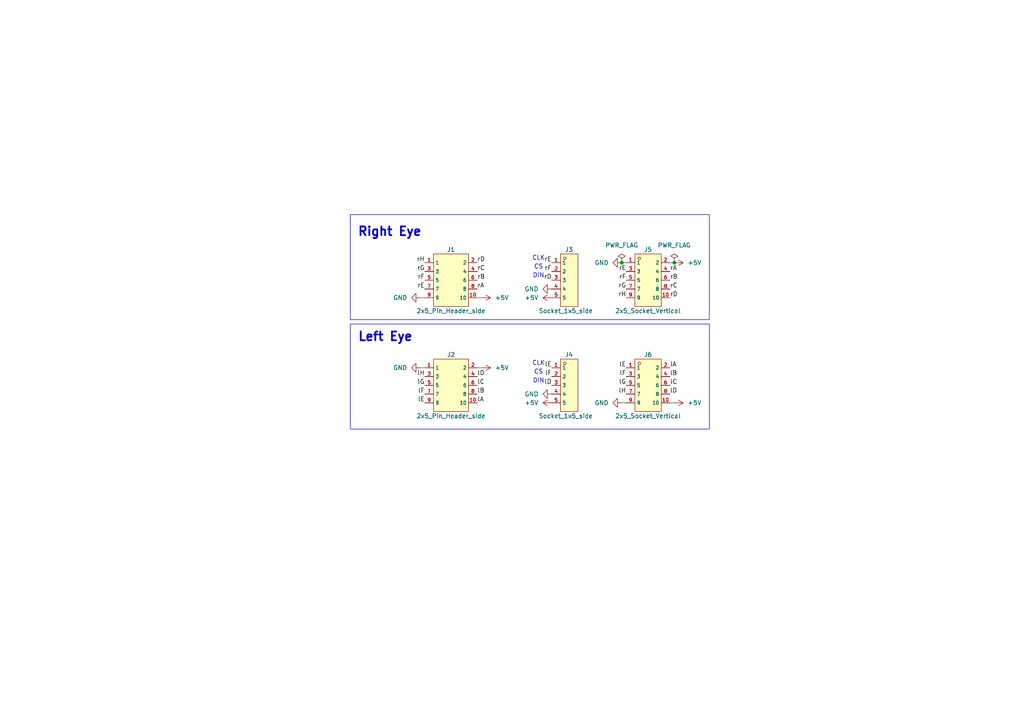
<source format=kicad_sch>
(kicad_sch (version 20231120) (generator "eeschema") (generator_version "8.0")
  (paper "A4")
  (title_block (title "NB3 Eye Adapter") (date "2025-01-23") (rev "0.0.0") (company "Voight-Kampff"))
  (lib_symbols
    (symbol "NB3_eye:PinHeader_Male_TH_Side_2x5_C60563"
      (property "Reference" "J" (at -4.064 8.636 0))
      (property "Value" "2x5_Pin_Header_side" (at 0.508 -8.636 0))
      (symbol "PinHeader_Male_TH_Side_2x5_C60563_0_1"
        (rectangle (start -5.08 7.62) (end 5.08 -7.62) (fill (type background)))
        (pin unspecified line (at -7.62 5.08 0) (length 2.54) (name "1") (number "1"))
        (pin unspecified line (at 7.62 -5.08 180) (length 2.54) (name "10") (number "10"))
        (pin unspecified line (at 7.62 5.08 180) (length 2.54) (name "2") (number "2"))
        (pin unspecified line (at -7.62 2.54 0) (length 2.54) (name "3") (number "3"))
        (pin unspecified line (at 7.62 2.54 180) (length 2.54) (name "4") (number "4"))
        (pin unspecified line (at -7.62 0 0) (length 2.54) (name "5") (number "5"))
        (pin unspecified line (at 7.62 0 180) (length 2.54) (name "6") (number "6"))
        (pin unspecified line (at -7.62 -2.54 0) (length 2.54) (name "7") (number "7"))
        (pin unspecified line (at 7.62 -2.54 180) (length 2.54) (name "8") (number "8"))
        (pin unspecified line (at -7.62 -5.08 0) (length 2.54) (name "9") (number "9"))
      )
    )
    (symbol "NB3_eye:SocketHeader_Female_TH_2x5_C492399"
      (property "Reference" "J" (at -3.048 8.89 0))
      (property "Value" "2x5_Socket_Vertical" (at 1.27 -8.89 0))
      (symbol "SocketHeader_Female_TH_2x5_C492399_0_1"
        (rectangle (start -3.81 7.62) (end 3.81 -7.62) (fill (type background)))
        (circle (center -2.54 6.35) (radius 0.381) (fill (type background)))
        (pin unspecified line (at -6.35 5.08 0) (length 2.54) (name "1") (number "1"))
        (pin unspecified line (at 6.35 -5.08 180) (length 2.54) (name "10") (number "10"))
        (pin unspecified line (at 6.35 5.08 180) (length 2.54) (name "2") (number "2"))
        (pin unspecified line (at -6.35 2.54 0) (length 2.54) (name "3") (number "3"))
        (pin unspecified line (at 6.35 2.54 180) (length 2.54) (name "4") (number "4"))
        (pin unspecified line (at -6.35 0 0) (length 2.54) (name "5") (number "5"))
        (pin unspecified line (at 6.35 0 180) (length 2.54) (name "6") (number "6"))
        (pin unspecified line (at -6.35 -2.54 0) (length 2.54) (name "7") (number "7"))
        (pin unspecified line (at 6.35 -2.54 180) (length 2.54) (name "8") (number "8"))
        (pin unspecified line (at -6.35 -5.08 0) (length 2.54) (name "9") (number "9"))
      )
    )
    (symbol "NB3_eye:SocketHeader_Female_TH_Side_1x5_C2897387"
      (property "Reference" "J" (at -1.524 8.636 0))
      (property "Value" "Socket_1x5_side" (at 4.064 0 90))
      (symbol "SocketHeader_Female_TH_Side_1x5_C2897387_0_1"
        (rectangle (start -2.54 7.62) (end 2.54 -7.62) (fill (type background)))
        (circle (center -1.27 6.35) (radius 0.381) (fill (type background)))
        (pin unspecified line (at -5.08 5.08 0) (length 2.54) (name "1") (number "1"))
        (pin unspecified line (at -5.08 2.54 0) (length 2.54) (name "2") (number "2"))
        (pin unspecified line (at -5.08 0 0) (length 2.54) (name "3") (number "3"))
        (pin unspecified line (at -5.08 -2.54 0) (length 2.54) (name "4") (number "4"))
        (pin unspecified line (at -5.08 -5.08 0) (length 2.54) (name "5") (number "5"))
      )
    )
    (symbol "power:+5V" (power) (pin_numbers hide) (pin_names (offset 0) hide)
      (property "Value" "+5V" (at 0 3.556 0))
      (symbol "+5V_0_1"
        (polyline (pts (xy -0.762 1.27) (xy 0 2.54)))
        (polyline (pts (xy 0 0) (xy 0 2.54)))
        (polyline (pts (xy 0 2.54) (xy 0.762 1.27)))
      )
      (symbol "+5V_1_1"
        (pin power_in line (at 0 0 90) (length 0) (name "~") (number "1"))
      )
    )
    (symbol "power:GND" (power) (pin_numbers hide) (pin_names (offset 0) hide)
      (property "Value" "GND" (at 0 -3.81 0))
      (symbol "GND_0_1"
        (polyline (pts (xy 0 0) (xy 0 -1.27) (xy 1.27 -1.27) (xy 0 -2.54) (xy -1.27 -1.27) (xy 0 -1.27)))
      )
      (symbol "GND_1_1"
        (pin power_in line (at 0 0 270) (length 0) (name "~") (number "1"))
      )
    )
    (symbol "power:PWR_FLAG" (power) (pin_numbers hide) (pin_names (offset 0) hide)
      (property "Value" "PWR_FLAG" (at 0 3.81 0))
      (symbol "PWR_FLAG_0_0"
        (pin power_out line (at 0 0 90) (length 0) (name "~") (number "1"))
      )
      (symbol "PWR_FLAG_0_1"
        (polyline (pts (xy 0 0) (xy 0 1.27) (xy -1.016 1.905) (xy 0 2.54) (xy 1.016 1.905) (xy 0 1.27)))
      )
    )
  )
  (junction (at 195.58 76.2))
  (junction (at 180.34 76.2))
  (wire (pts (xy 121.92 106.68) (xy 123.19 106.68)))
  (wire (pts (xy 138.43 106.68) (xy 139.7 106.68)))
  (wire (pts (xy 180.34 116.84) (xy 181.61 116.84)))
  (wire (pts (xy 180.34 76.2) (xy 181.61 76.2)))
  (wire (pts (xy 121.92 86.36) (xy 123.19 86.36)))
  (wire (pts (xy 194.31 116.84) (xy 195.58 116.84)))
  (wire (pts (xy 138.43 86.36) (xy 139.7 86.36)))
  (wire (pts (xy 194.31 76.2) (xy 195.58 76.2)))
  (rectangle (start 101.6 93.98) (end 205.74 124.46))
  (rectangle (start 101.6 62.23) (end 205.74 92.71))
  (text "DIN" (at 156.21 110.49 0) (effects (font (size 1.27 1.27))))
  (text "Left Eye" (at 111.76 97.79 0) (effects (font (size 2.54 2.54) (thickness 0.508) (bold yes))))
  (text "CLK" (at 156.21 74.93 0) (effects (font (size 1.27 1.27))))
  (text "Right Eye" (at 113.03 67.31 0) (effects (font (size 2.54 2.54) (thickness 0.508) (bold yes))))
  (text "CS" (at 156.21 107.95 0) (effects (font (size 1.27 1.27))))
  (text "CS" (at 156.21 77.47 0) (effects (font (size 1.27 1.27))))
  (text "CLK" (at 156.21 105.41 0) (effects (font (size 1.27 1.27))))
  (text "DIN" (at 156.21 80.01 0) (effects (font (size 1.27 1.27))))
  (label "rC" (at 138.43 78.74 0))
  (label "rE" (at 160.02 76.2 180))
  (label "rB" (at 138.43 81.28 0))
  (label "rC" (at 194.31 83.82 0))
  (label "lB" (at 194.31 109.22 0))
  (label "rD" (at 194.31 86.36 0))
  (label "lA" (at 194.31 106.68 0))
  (label "lC" (at 194.31 111.76 0))
  (label "lE" (at 160.02 106.68 180))
  (label "lD" (at 194.31 114.3 0))
  (label "rE" (at 123.19 83.82 180))
  (label "lD" (at 138.43 109.22 0))
  (label "lE" (at 181.61 106.68 180))
  (label "lB" (at 138.43 114.3 0))
  (label "lE" (at 123.19 116.84 180))
  (label "rA" (at 194.31 78.74 0))
  (label "lF" (at 160.02 109.22 180))
  (label "rE" (at 181.61 78.74 180))
  (label "lA" (at 138.43 116.84 0))
  (label "lH" (at 123.19 109.22 180))
  (label "rF" (at 160.02 78.74 180))
  (label "rF" (at 181.61 81.28 180))
  (label "lF" (at 123.19 114.3 180))
  (label "rF" (at 123.19 81.28 180))
  (label "rG" (at 123.19 78.74 180))
  (label "lG" (at 181.61 111.76 180))
  (label "rD" (at 138.43 76.2 0))
  (label "lD" (at 160.02 111.76 180))
  (label "rG" (at 181.61 83.82 180))
  (label "lH" (at 181.61 114.3 180))
  (label "lF" (at 181.61 109.22 180))
  (label "rH" (at 181.61 86.36 180))
  (label "rB" (at 194.31 81.28 0))
  (label "rD" (at 160.02 81.28 180))
  (label "rA" (at 138.43 83.82 0))
  (label "rH" (at 123.19 76.2 180))
  (label "lG" (at 123.19 111.76 180))
  (label "lC" (at 138.43 111.76 0))
  (symbol (lib_id "power:+5V") (at 160.02 116.84 90) (unit 1)
    (property "Reference" "#PWR04" (effects (hide yes)))
    (property "Value" "+5V" (at 156.21 116.8399 90) (effects (justify left)))
    (property "Description" "Power symbol creates a global label with name \"+5V\"" (effects (hide yes)))
  )
  (symbol (lib_id "power:GND") (at 121.92 106.68 270) (unit 1)
    (property "Reference" "#PWR09" (effects (hide yes)))
    (property "Value" "GND" (at 118.11 106.6799 90) (effects (justify right)))
    (property "Description" "Power symbol creates a global label with name \"GND\" , ground" (effects (hide yes)))
  )
  (symbol (lib_id "NB3_eye:SocketHeader_Female_TH_2x5_C492399") (at 187.96 81.28 0) (unit 1)
    (property "Reference" "J5" (at 187.96 72.39 0))
    (property "Value" "2x5_Socket_Vertical" (at 187.96 90.17 0))
    (property "Footprint" "NB3_eye:SocketHeader_Female_TH_2x5_C492399" (effects (hide yes)))
    (property "LCSC" "C492399" (effects (hide yes)))
  )
  (symbol (lib_id "NB3_eye:SocketHeader_Female_TH_Side_1x5_C2897387") (at 165.1 81.28 0) (unit 1)
    (property "Reference" "J3" (at 163.83 72.39 0) (effects (justify left)))
    (property "Value" "Socket_1x5_side" (at 156.21 90.17 0) (effects (justify left)))
    (property "Footprint" "NB3_eye:SocketHeader_Female_TH_Side_1x5_C2897387" (effects (hide yes)))
    (property "LCSC" "C2897387" (effects (hide yes)))
  )
  (symbol (lib_id "power:GND") (at 160.02 114.3 270) (unit 1)
    (property "Reference" "#PWR03" (effects (hide yes)))
    (property "Value" "GND" (at 156.21 114.2999 90) (effects (justify right)))
    (property "Description" "Power symbol creates a global label with name \"GND\" , ground" (effects (hide yes)))
  )
  (symbol (lib_id "power:+5V") (at 139.7 106.68 270) (unit 1)
    (property "Reference" "#PWR010" (effects (hide yes)))
    (property "Value" "+5V" (at 143.51 106.6799 90) (effects (justify left)))
    (property "Description" "Power symbol creates a global label with name \"+5V\"" (effects (hide yes)))
  )
  (symbol (lib_id "NB3_eye:PinHeader_Male_TH_Side_2x5_C60563") (at 130.81 111.76 0) (unit 1)
    (property "Reference" "J2" (at 130.81 102.87 0))
    (property "Value" "2x5_Pin_Header_side" (at 130.81 120.65 0))
    (property "Footprint" "NB3_eye:PinHeader_Male_TH_Side_2x5_C60563" (effects (hide yes)))
    (property "LCSC" "C60563" (effects (hide yes)))
  )
  (symbol (lib_id "power:GND") (at 180.34 116.84 270) (unit 1)
    (property "Reference" "#PWR011" (effects (hide yes)))
    (property "Value" "GND" (at 176.53 116.8399 90) (effects (justify right)))
    (property "Description" "Power symbol creates a global label with name \"GND\" , ground" (effects (hide yes)))
  )
  (symbol (lib_id "power:+5V") (at 195.58 76.2 270) (unit 1)
    (property "Reference" "#PWR06" (effects (hide yes)))
    (property "Value" "+5V" (at 199.39 76.1999 90) (effects (justify left)))
    (property "Description" "Power symbol creates a global label with name \"+5V\"" (effects (hide yes)))
  )
  (symbol (lib_id "power:PWR_FLAG") (at 180.34 76.2 0) (unit 1)
    (property "Reference" "#FLG02" (effects (hide yes)))
    (property "Value" "PWR_FLAG" (at 180.34 71.12 0))
    (property "Description" "Special symbol for telling ERC where power comes from" (effects (hide yes)))
  )
  (symbol (lib_id "power:+5V") (at 195.58 116.84 270) (unit 1)
    (property "Reference" "#PWR012" (effects (hide yes)))
    (property "Value" "+5V" (at 199.39 116.8399 90) (effects (justify left)))
    (property "Description" "Power symbol creates a global label with name \"+5V\"" (effects (hide yes)))
  )
  (symbol (lib_id "NB3_eye:SocketHeader_Female_TH_2x5_C492399") (at 187.96 111.76 0) (unit 1)
    (property "Reference" "J6" (at 187.96 102.87 0))
    (property "Value" "2x5_Socket_Vertical" (at 187.96 120.65 0))
    (property "Footprint" "NB3_eye:SocketHeader_Female_TH_2x5_C492399" (effects (hide yes)))
    (property "LCSC" "C492399" (effects (hide yes)))
  )
  (symbol (lib_id "NB3_eye:PinHeader_Male_TH_Side_2x5_C60563") (at 130.81 81.28 0) (unit 1)
    (property "Reference" "J1" (at 130.81 72.39 0))
    (property "Value" "2x5_Pin_Header_side" (at 130.81 90.17 0))
    (property "Footprint" "NB3_eye:PinHeader_Male_TH_Side_2x5_C60563" (effects (hide yes)))
    (property "LCSC" "C60563" (effects (hide yes)))
  )
  (symbol (lib_id "power:+5V") (at 160.02 86.36 90) (unit 1)
    (property "Reference" "#PWR01" (effects (hide yes)))
    (property "Value" "+5V" (at 156.21 86.3599 90) (effects (justify left)))
    (property "Description" "Power symbol creates a global label with name \"+5V\"" (effects (hide yes)))
  )
  (symbol (lib_id "power:GND") (at 180.34 76.2 270) (unit 1)
    (property "Reference" "#PWR05" (effects (hide yes)))
    (property "Value" "GND" (at 176.53 76.1999 90) (effects (justify right)))
    (property "Description" "Power symbol creates a global label with name \"GND\" , ground" (effects (hide yes)))
  )
  (symbol (lib_id "power:GND") (at 160.02 83.82 270) (unit 1)
    (property "Reference" "#PWR02" (effects (hide yes)))
    (property "Value" "GND" (at 156.21 83.8199 90) (effects (justify right)))
    (property "Description" "Power symbol creates a global label with name \"GND\" , ground" (effects (hide yes)))
  )
  (symbol (lib_id "power:+5V") (at 139.7 86.36 270) (unit 1)
    (property "Reference" "#PWR07" (effects (hide yes)))
    (property "Value" "+5V" (at 143.51 86.3599 90) (effects (justify left)))
    (property "Description" "Power symbol creates a global label with name \"+5V\"" (effects (hide yes)))
  )
  (symbol (lib_id "power:PWR_FLAG") (at 195.58 76.2 0) (unit 1)
    (property "Reference" "#FLG01" (effects (hide yes)))
    (property "Value" "PWR_FLAG" (at 195.58 71.12 0))
    (property "Description" "Special symbol for telling ERC where power comes from" (effects (hide yes)))
  )
  (symbol (lib_id "power:GND") (at 121.92 86.36 270) (unit 1)
    (property "Reference" "#PWR08" (effects (hide yes)))
    (property "Value" "GND" (at 118.11 86.3599 90) (effects (justify right)))
    (property "Description" "Power symbol creates a global label with name \"GND\" , ground" (effects (hide yes)))
  )
  (symbol (lib_id "NB3_eye:SocketHeader_Female_TH_Side_1x5_C2897387") (at 165.1 111.76 0) (unit 1)
    (property "Reference" "J4" (at 163.83 102.87 0) (effects (justify left)))
    (property "Value" "Socket_1x5_side" (at 156.21 120.65 0) (effects (justify left)))
    (property "Footprint" "NB3_eye:SocketHeader_Female_TH_Side_1x5_C2897387" (effects (hide yes)))
    (property "LCSC" "C2897387" (effects (hide yes)))
  )
)
</source>
